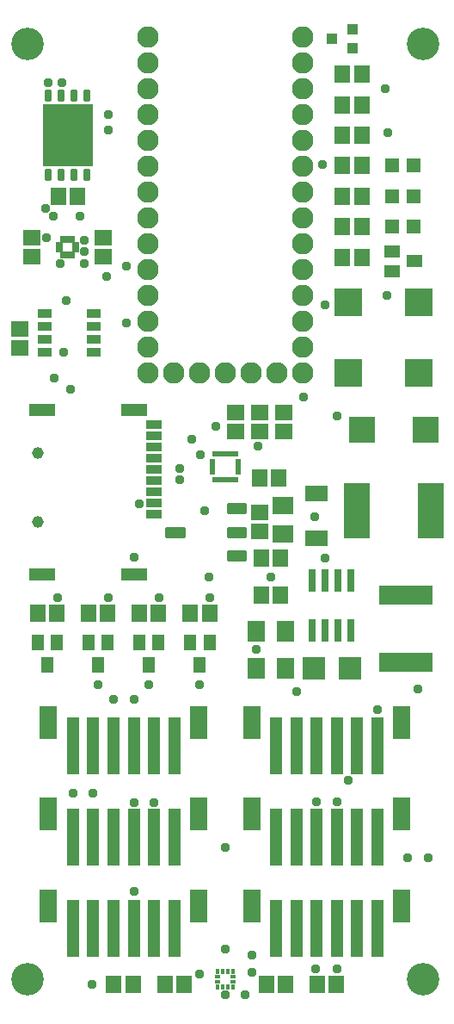
<source format=gbr>
G04 EAGLE Gerber RS-274X export*
G75*
%MOMM*%
%FSLAX34Y34*%
%LPD*%
%INSoldermask Top*%
%IPPOS*%
%AMOC8*
5,1,8,0,0,1.08239X$1,22.5*%
G01*
%ADD10C,3.203200*%
%ADD11R,0.663200X0.503200*%
%ADD12R,0.503200X0.663200*%
%ADD13R,1.703200X1.503200*%
%ADD14R,1.503200X1.703200*%
%ADD15R,1.603200X0.823200*%
%ADD16C,1.153200*%
%ADD17R,2.603200X1.303200*%
%ADD18C,2.108200*%
%ADD19R,0.503200X0.603200*%
%ADD20R,0.603200X0.503200*%
%ADD21C,0.305366*%
%ADD22R,5.003200X6.203200*%
%ADD23R,2.703200X2.703200*%
%ADD24R,1.603200X1.203200*%
%ADD25R,1.403200X1.403200*%
%ADD26R,1.092200X0.990600*%
%ADD27R,1.203200X1.603200*%
%ADD28R,1.803200X3.203200*%
%ADD29R,1.203200X5.703200*%
%ADD30R,2.203200X2.203200*%
%ADD31R,0.736600X2.184400*%
%ADD32R,1.803200X2.003200*%
%ADD33R,5.283200X1.981200*%
%ADD34R,2.303200X1.603200*%
%ADD35R,2.553200X2.653200*%
%ADD36R,2.616200X5.537200*%
%ADD37C,0.426347*%
%ADD38R,2.003200X1.803200*%
%ADD39R,1.473200X0.838200*%
%ADD40R,0.453200X0.478200*%
%ADD41R,0.478200X0.453200*%
%ADD42C,0.959600*%


D10*
X30000Y950000D03*
X420000Y950000D03*
X420000Y30000D03*
X30000Y30000D03*
D11*
X77850Y747750D03*
X77850Y752250D03*
X62150Y747750D03*
X62150Y752250D03*
D12*
X74500Y742150D03*
X70000Y742150D03*
X65500Y742150D03*
X74500Y757850D03*
X70000Y757850D03*
X65500Y757850D03*
D13*
X105000Y759500D03*
X105000Y740500D03*
X35000Y759500D03*
X35000Y740500D03*
X283000Y568600D03*
X283000Y587600D03*
X235000Y568500D03*
X235000Y587500D03*
X259000Y568500D03*
X259000Y587500D03*
D14*
X258600Y522700D03*
X277600Y522700D03*
X79500Y800000D03*
X60500Y800000D03*
D15*
X155100Y487700D03*
X155100Y498700D03*
X155100Y509700D03*
X155100Y520700D03*
X155100Y531700D03*
X155100Y542700D03*
X155100Y553700D03*
X155100Y564700D03*
X155100Y575700D03*
D16*
X40900Y547500D03*
X40900Y479500D03*
D17*
X45100Y589500D03*
X135100Y589500D03*
X135100Y428000D03*
X45100Y428000D03*
D18*
X148800Y956200D03*
X148800Y930800D03*
X148800Y880000D03*
X148800Y905400D03*
X148800Y854600D03*
X148800Y829200D03*
X148800Y778400D03*
X148800Y803800D03*
X148800Y753000D03*
X148800Y727600D03*
X148800Y676800D03*
X148800Y702200D03*
X148800Y626000D03*
X148800Y651400D03*
X301200Y956200D03*
X301200Y930800D03*
X301200Y880000D03*
X301200Y905400D03*
X301200Y854600D03*
X301200Y829200D03*
X301200Y778400D03*
X301200Y803800D03*
X301200Y753000D03*
X301200Y727600D03*
X301200Y676800D03*
X301200Y702200D03*
X301200Y626000D03*
X301200Y651400D03*
X174200Y626000D03*
X199600Y626000D03*
X225000Y626000D03*
X250400Y626000D03*
X275800Y626000D03*
D19*
X235000Y546650D03*
X230000Y546650D03*
X225000Y546650D03*
X220000Y546650D03*
X215000Y546650D03*
X215000Y521350D03*
X220000Y521350D03*
X225000Y521350D03*
X230000Y521350D03*
X235000Y521350D03*
D20*
X212350Y539000D03*
X212350Y534000D03*
X212350Y529000D03*
X237650Y529000D03*
X237650Y534000D03*
X237650Y539000D03*
D21*
X87461Y894961D02*
X87461Y903039D01*
X90639Y903039D01*
X90639Y894961D01*
X87461Y894961D01*
X87461Y897862D02*
X90639Y897862D01*
X90639Y900763D02*
X87461Y900763D01*
X74761Y903039D02*
X74761Y894961D01*
X74761Y903039D02*
X77939Y903039D01*
X77939Y894961D01*
X74761Y894961D01*
X74761Y897862D02*
X77939Y897862D01*
X77939Y900763D02*
X74761Y900763D01*
X62061Y903039D02*
X62061Y894961D01*
X62061Y903039D02*
X65239Y903039D01*
X65239Y894961D01*
X62061Y894961D01*
X62061Y897862D02*
X65239Y897862D01*
X65239Y900763D02*
X62061Y900763D01*
X49361Y903039D02*
X49361Y894961D01*
X49361Y903039D02*
X52539Y903039D01*
X52539Y894961D01*
X49361Y894961D01*
X49361Y897862D02*
X52539Y897862D01*
X52539Y900763D02*
X49361Y900763D01*
X49361Y825039D02*
X49361Y816961D01*
X49361Y825039D02*
X52539Y825039D01*
X52539Y816961D01*
X49361Y816961D01*
X49361Y819862D02*
X52539Y819862D01*
X52539Y822763D02*
X49361Y822763D01*
X62061Y825039D02*
X62061Y816961D01*
X62061Y825039D02*
X65239Y825039D01*
X65239Y816961D01*
X62061Y816961D01*
X62061Y819862D02*
X65239Y819862D01*
X65239Y822763D02*
X62061Y822763D01*
X74761Y825039D02*
X74761Y816961D01*
X74761Y825039D02*
X77939Y825039D01*
X77939Y816961D01*
X74761Y816961D01*
X74761Y819862D02*
X77939Y819862D01*
X77939Y822763D02*
X74761Y822763D01*
X87461Y825039D02*
X87461Y816961D01*
X87461Y825039D02*
X90639Y825039D01*
X90639Y816961D01*
X87461Y816961D01*
X87461Y819862D02*
X90639Y819862D01*
X90639Y822763D02*
X87461Y822763D01*
D22*
X70000Y860000D03*
D23*
X416000Y696000D03*
X416000Y626000D03*
X346000Y626000D03*
X346000Y696000D03*
D24*
X411000Y736000D03*
X389000Y726500D03*
X389000Y745500D03*
D14*
X359500Y740000D03*
X340500Y740000D03*
D25*
X410500Y830000D03*
X389500Y830000D03*
X410500Y800000D03*
X389500Y800000D03*
D14*
X359500Y830000D03*
X340500Y830000D03*
X359500Y800000D03*
X340500Y800000D03*
D25*
X410500Y770000D03*
X389500Y770000D03*
D14*
X359500Y770000D03*
X340500Y770000D03*
D26*
X350160Y945094D03*
X350160Y964398D03*
X329840Y954746D03*
D14*
X359500Y920000D03*
X340500Y920000D03*
D27*
X50000Y339000D03*
X40500Y361000D03*
X59500Y361000D03*
D14*
X40500Y390000D03*
X59500Y390000D03*
D27*
X150000Y339000D03*
X140500Y361000D03*
X159500Y361000D03*
D14*
X140500Y390000D03*
X159500Y390000D03*
D27*
X100000Y339000D03*
X90500Y361000D03*
X109500Y361000D03*
D14*
X90500Y390000D03*
X109500Y390000D03*
D27*
X200000Y339000D03*
X190500Y361000D03*
X209500Y361000D03*
D14*
X190500Y390000D03*
X209500Y390000D03*
D28*
X51000Y282500D03*
D29*
X75000Y260000D03*
X95000Y260000D03*
X115000Y260000D03*
X135000Y260000D03*
X155000Y260000D03*
X175000Y260000D03*
D28*
X199000Y282500D03*
X251000Y102500D03*
D29*
X275000Y80000D03*
X295000Y80000D03*
X315000Y80000D03*
X335000Y80000D03*
X355000Y80000D03*
X375000Y80000D03*
D28*
X399000Y102500D03*
X251000Y192500D03*
D29*
X275000Y170000D03*
X295000Y170000D03*
X315000Y170000D03*
X335000Y170000D03*
X355000Y170000D03*
X375000Y170000D03*
D28*
X399000Y192500D03*
X51000Y192500D03*
D29*
X75000Y170000D03*
X95000Y170000D03*
X115000Y170000D03*
X135000Y170000D03*
X155000Y170000D03*
X175000Y170000D03*
D28*
X199000Y192500D03*
X51000Y102500D03*
D29*
X75000Y80000D03*
X95000Y80000D03*
X115000Y80000D03*
X135000Y80000D03*
X155000Y80000D03*
X175000Y80000D03*
D28*
X199000Y102500D03*
X251000Y282500D03*
D29*
X275000Y260000D03*
X295000Y260000D03*
X315000Y260000D03*
X335000Y260000D03*
X355000Y260000D03*
X375000Y260000D03*
D28*
X399000Y282500D03*
D30*
X312500Y336000D03*
X347500Y336000D03*
D31*
X310950Y373362D03*
X323650Y373362D03*
X336350Y373362D03*
X349050Y373362D03*
X349050Y422638D03*
X336350Y422638D03*
X323650Y422638D03*
X310950Y422638D03*
D14*
X279500Y444000D03*
X260500Y444000D03*
X279500Y408000D03*
X260500Y408000D03*
D32*
X284000Y372000D03*
X256000Y372000D03*
X284000Y336000D03*
X256000Y336000D03*
D33*
X403000Y408020D03*
X403000Y341980D03*
D34*
X315000Y464000D03*
X315000Y508000D03*
D35*
X422000Y570000D03*
X360000Y570000D03*
D36*
X354805Y491000D03*
X427195Y491000D03*
D14*
X340500Y890000D03*
X359500Y890000D03*
X359500Y860000D03*
X340500Y860000D03*
D37*
X244035Y450335D02*
X228165Y450335D01*
X244035Y450335D02*
X244035Y443665D01*
X228165Y443665D01*
X228165Y450335D01*
X228165Y447715D02*
X244035Y447715D01*
X244035Y473335D02*
X228165Y473335D01*
X244035Y473335D02*
X244035Y466665D01*
X228165Y466665D01*
X228165Y473335D01*
X228165Y470715D02*
X244035Y470715D01*
X244035Y496335D02*
X228165Y496335D01*
X244035Y496335D02*
X244035Y489665D01*
X228165Y489665D01*
X228165Y496335D01*
X228165Y493715D02*
X244035Y493715D01*
X183835Y473335D02*
X167965Y473335D01*
X183835Y473335D02*
X183835Y466665D01*
X167965Y466665D01*
X167965Y473335D01*
X167965Y470715D02*
X183835Y470715D01*
D13*
X259000Y489500D03*
X259000Y470500D03*
D38*
X282000Y496000D03*
X282000Y468000D03*
D39*
X95400Y646600D03*
X95400Y659300D03*
X95400Y672000D03*
X95400Y684700D03*
X47350Y684700D03*
X47350Y672000D03*
X47350Y659300D03*
X47350Y646600D03*
D13*
X23000Y650500D03*
X23000Y669500D03*
D40*
X232500Y37625D03*
X227500Y37625D03*
X222500Y37625D03*
X217500Y37625D03*
D41*
X217375Y32500D03*
X217375Y27500D03*
D40*
X217500Y22375D03*
X222500Y22375D03*
X227500Y22375D03*
X232500Y22375D03*
D41*
X232625Y27500D03*
X232625Y32500D03*
D14*
X134500Y25000D03*
X115500Y25000D03*
X184500Y25000D03*
X165500Y25000D03*
X265500Y25000D03*
X284500Y25000D03*
X334500Y25000D03*
X315500Y25000D03*
D42*
X51000Y912000D03*
X62678Y734000D03*
X56000Y780000D03*
X86000Y757000D03*
X385100Y862100D03*
X256000Y354600D03*
X93800Y25000D03*
X225000Y15000D03*
X245000Y15000D03*
X225000Y60000D03*
X199600Y35000D03*
X313600Y485100D03*
X335600Y584100D03*
X383900Y702200D03*
X68900Y697500D03*
X65700Y646800D03*
X302200Y602700D03*
X205200Y490600D03*
X270200Y425900D03*
X415100Y315300D03*
X64000Y912000D03*
X110000Y865000D03*
X82000Y780000D03*
X49000Y759000D03*
X180000Y521000D03*
X321000Y831000D03*
X323000Y693000D03*
X209000Y426000D03*
X295000Y313000D03*
X86000Y746000D03*
X48000Y788000D03*
X108000Y721000D03*
X180000Y532000D03*
X257000Y554472D03*
X201000Y545916D03*
X57000Y621000D03*
X314300Y40000D03*
X251000Y37400D03*
X95000Y213000D03*
X346000Y226000D03*
X73000Y610000D03*
X335200Y40000D03*
X251000Y53800D03*
X216000Y574000D03*
X192000Y561000D03*
X128000Y675000D03*
X128000Y731000D03*
X86000Y734000D03*
X110000Y880000D03*
X383000Y906000D03*
X60000Y405000D03*
X160000Y405000D03*
X150000Y320000D03*
X405000Y150000D03*
X110000Y405000D03*
X75000Y213000D03*
X100000Y320000D03*
X210000Y405000D03*
X200000Y320000D03*
X425000Y150000D03*
X135100Y116400D03*
X135000Y204000D03*
X155000Y204000D03*
X115000Y305000D03*
X135000Y305000D03*
X315000Y205000D03*
X335000Y205000D03*
X140300Y498000D03*
X323000Y444000D03*
X375000Y295000D03*
X135600Y445100D03*
X225000Y160000D03*
M02*

</source>
